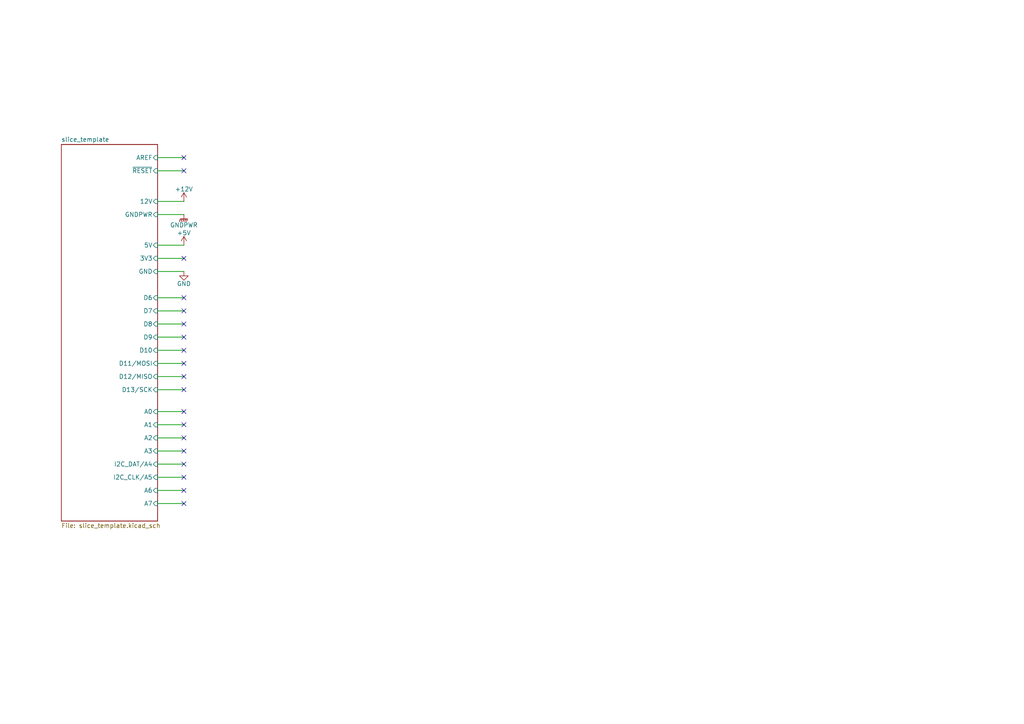
<source format=kicad_sch>
(kicad_sch (version 20250114) (generator "eeschema") (generator_version "9.0")
  (paper "A4")
  (lib_symbols
    (symbol "power:+12V" (power) (pin_numbers (hide yes)) (pin_names (offset 0) (hide yes))
      (property "Value" "+12V" (at 0 3.556 0))
      (symbol "+12V_0_1"
        (polyline (pts (xy -0.762 1.27) (xy 0 2.54)))
        (polyline (pts (xy 0 2.54) (xy 0.762 1.27)))
        (polyline (pts (xy 0 0) (xy 0 2.54)))
      )
      (symbol "+12V_1_1"
        (pin power_in line (at 0 0 90) (length 0) (name "~") (number "1"))
      )
    )
    (symbol "power:+5V" (power) (pin_numbers (hide yes)) (pin_names (offset 0) (hide yes))
      (property "Value" "+5V" (at 0 3.556 0))
      (symbol "+5V_0_1"
        (polyline (pts (xy -0.762 1.27) (xy 0 2.54)))
        (polyline (pts (xy 0 2.54) (xy 0.762 1.27)))
        (polyline (pts (xy 0 0) (xy 0 2.54)))
      )
      (symbol "+5V_1_1"
        (pin power_in line (at 0 0 90) (length 0) (name "~") (number "1"))
      )
    )
    (symbol "power:GND" (power) (pin_numbers (hide yes)) (pin_names (offset 0) (hide yes))
      (property "Value" "GND" (at 0 -3.81 0))
      (symbol "GND_0_1"
        (polyline (pts (xy 0 0) (xy 0 -1.27) (xy 1.27 -1.27) (xy 0 -2.54) (xy -1.27 -1.27) (xy 0 -1.27)))
      )
      (symbol "GND_1_1"
        (pin power_in line (at 0 0 270) (length 0) (name "~") (number "1"))
      )
    )
    (symbol "power:GNDPWR" (power) (pin_numbers (hide yes)) (pin_names (offset 0) (hide yes))
      (property "Value" "GNDPWR" (at 0 -3.302 0))
      (symbol "GNDPWR_0_1"
        (polyline (pts (xy -1.016 -1.27) (xy -1.27 -2.032) (xy -1.27 -2.032)) (stroke (width 0.2032)))
        (polyline (pts (xy -0.508 -1.27) (xy -0.762 -2.032) (xy -0.762 -2.032)) (stroke (width 0.2032)))
        (polyline (pts (xy 0 -1.27) (xy 0 0)))
        (polyline (pts (xy 0 -1.27) (xy -0.254 -2.032) (xy -0.254 -2.032)) (stroke (width 0.2032)))
        (polyline (pts (xy 0.508 -1.27) (xy 0.254 -2.032) (xy 0.254 -2.032)) (stroke (width 0.2032)))
        (polyline (pts (xy 1.016 -1.27) (xy -1.016 -1.27) (xy -1.016 -1.27)) (stroke (width 0.2032)))
        (polyline (pts (xy 1.016 -1.27) (xy 0.762 -2.032) (xy 0.762 -2.032) (xy 0.762 -2.032)) (stroke (width 0.2032)))
      )
      (symbol "GNDPWR_1_1"
        (pin power_in line (at 0 0 270) (length 0) (name "~") (number "1"))
      )
    )
  )
  (text "Color Scheme Legend:\n----------------------------------------------------------\ncolor		-	value		-	reference\n----------------------------------------------------------\n• Red		-	red3		-	Analog 5V Supply (e.g., for amps, ADC, references)\n• Brown		-	orange1		-	Analog Ground (sensor/amp/ADC ground)\n• Orange	-	orange3		-	Digital 5V Supply (MCU, digital circuits)\n• Black		-	black		-	Digital Ground (MCU ground)\n• Pink		-	magenta3	-	12V Source Supply (from 12V rail on backplane)\n• Blue		-	blue3		-	Clock Signals (oscillator, ADC CLKIN, SPI SCLK)\n• Green		-	green3		-	Analog Signals (amp outputs to ADC + inputs)\n• Yellow	-	yellow3		-	SPI Control (CS, SYNC/RESET, etc.)\n• Purple	-	#A020F0		-	Special/Reference/Control Signals\n• Grey		-	gray2		-	Miscellaneous/Unassigned\n• Teal		-	cyan2		-	Template/Backplane Connections\n----------------------------------------------------------" (at 11.684 236.982 0) (effects (font (size 1.905 1.905)) (justify left)))
  (no_connect (at 53.34 49.53))
  (no_connect (at 53.34 113.03))
  (no_connect (at 53.34 45.72))
  (no_connect (at 53.34 119.38))
  (no_connect (at 53.34 93.98))
  (no_connect (at 53.34 138.43))
  (no_connect (at 53.34 127))
  (no_connect (at 53.34 74.93))
  (no_connect (at 53.34 123.19))
  (no_connect (at 53.34 105.41))
  (no_connect (at 53.34 90.17))
  (no_connect (at 53.34 101.6))
  (no_connect (at 53.34 130.81))
  (no_connect (at 53.34 134.62))
  (no_connect (at 53.34 109.22))
  (no_connect (at 53.34 142.24))
  (no_connect (at 53.34 146.05))
  (no_connect (at 53.34 86.36))
  (no_connect (at 53.34 97.79))
  (wire (pts (xy 45.72 119.38) (xy 53.34 119.38)) (stroke (width 0.2032)))
  (wire (pts (xy 45.72 78.74) (xy 53.34 78.74)) (stroke (width 0.2032)))
  (wire (pts (xy 45.72 134.62) (xy 53.34 134.62)) (stroke (width 0.2032)))
  (wire (pts (xy 45.72 130.81) (xy 53.34 130.81)) (stroke (width 0.2032)))
  (wire (pts (xy 45.72 71.12) (xy 53.34 71.12)) (stroke (width 0.2032)))
  (wire (pts (xy 45.72 58.42) (xy 53.34 58.42)) (stroke (width 0.2032)))
  (wire (pts (xy 45.72 109.22) (xy 53.34 109.22)) (stroke (width 0.2032)))
  (wire (pts (xy 45.72 105.41) (xy 53.34 105.41)) (stroke (width 0.2032)))
  (wire (pts (xy 45.72 45.72) (xy 53.34 45.72)) (stroke (width 0.2032)))
  (wire (pts (xy 45.72 90.17) (xy 53.34 90.17)) (stroke (width 0.2032)))
  (wire (pts (xy 45.72 49.53) (xy 53.34 49.53)) (stroke (width 0.2032)))
  (wire (pts (xy 45.72 113.03) (xy 53.34 113.03)) (stroke (width 0.2032)))
  (wire (pts (xy 45.72 97.79) (xy 53.34 97.79)) (stroke (width 0.2032)))
  (wire (pts (xy 45.72 123.19) (xy 53.34 123.19)) (stroke (width 0.2032)))
  (wire (pts (xy 45.72 86.36) (xy 53.34 86.36)) (stroke (width 0.2032)))
  (wire (pts (xy 45.72 74.93) (xy 53.34 74.93)) (stroke (width 0.2032)))
  (wire (pts (xy 45.72 146.05) (xy 53.34 146.05)) (stroke (width 0.2032)))
  (wire (pts (xy 45.72 62.23) (xy 53.34 62.23)) (stroke (width 0.2032)))
  (wire (pts (xy 45.72 127) (xy 53.34 127)) (stroke (width 0.2032)))
  (wire (pts (xy 45.72 93.98) (xy 53.34 93.98)) (stroke (width 0.2032)))
  (wire (pts (xy 45.72 142.24) (xy 53.34 142.24)) (stroke (width 0.2032)))
  (wire (pts (xy 45.72 101.6) (xy 53.34 101.6)) (stroke (width 0.2032)))
  (wire (pts (xy 45.72 138.43) (xy 53.34 138.43)) (stroke (width 0.2032)))
  (symbol (lib_id "power:+12V") (at 53.34 58.42 0) (unit 1)
    (property "Reference" "#PWR01" (effects (hide yes)))
    (property "Value" "+12V" (at 53.34 54.864 0))
    (property "Description" "Power symbol creates a global label with name \"+12V\"" (effects (hide yes)))
  )
  (symbol (lib_id "power:+5V") (at 53.34 71.12 0) (unit 1)
    (property "Reference" "#PWR03" (effects (hide yes)))
    (property "Value" "+5V" (at 53.34 67.564 0))
    (property "Description" "Power symbol creates a global label with name \"+5V\"" (effects (hide yes)))
  )
  (symbol (lib_id "power:GNDPWR") (at 53.34 62.23 0) (unit 1)
    (property "Reference" "#PWR02" (effects (hide yes)))
    (property "Value" "GNDPWR" (at 53.34 65.278 0))
    (property "Description" "Power symbol creates a global label with name \"GNDPWR\" , global ground" (effects (hide yes)))
  )
  (symbol (lib_id "power:GND") (at 53.34 78.74 0) (unit 1)
    (property "Reference" "#PWR04" (effects (hide yes)))
    (property "Value" "GND" (at 53.34 82.296 0))
    (property "Description" "Power symbol creates a global label with name \"GND\" , ground" (effects (hide yes)))
  )
  (sheet (at 17.78 41.91) (size 27.94 109.22) (stroke (width 0.1524))
    (property "Sheetname" "slice_template" (at 17.78 41.1984 0) (effects (justify left bottom)))
    (property "Sheetfile" "slice_template.kicad_sch" (at 17.78 151.7146 0) (effects (justify left top)))
    (pin "3V3" input (at 45.72 74.93 0))
    (pin "5V" input (at 45.72 71.12 0))
    (pin "12V" input (at 45.72 58.42 0))
    (pin "A0" input (at 45.72 119.38 0))
    (pin "A1" input (at 45.72 123.19 0))
    (pin "A2" input (at 45.72 127 0))
    (pin "A3" input (at 45.72 130.81 0))
    (pin "A6" input (at 45.72 142.24 0))
    (pin "A7" input (at 45.72 146.05 0))
    (pin "AREF" input (at 45.72 45.72 0))
    (pin "D6" input (at 45.72 86.36 0))
    (pin "D7" input (at 45.72 90.17 0))
    (pin "D8" input (at 45.72 93.98 0))
    (pin "D9" input (at 45.72 97.79 0))
    (pin "D10" input (at 45.72 101.6 0))
    (pin "D11{slash}MOSI" input (at 45.72 105.41 0))
    (pin "D12{slash}MISO" input (at 45.72 109.22 0))
    (pin "D13{slash}SCK" input (at 45.72 113.03 0))
    (pin "GND" input (at 45.72 78.74 0))
    (pin "GNDPWR" input (at 45.72 62.23 0))
    (pin "I2C_CLK{slash}A5" input (at 45.72 138.43 0))
    (pin "I2C_DAT{slash}A4" input (at 45.72 134.62 0))
    (pin "~{RESET}" input (at 45.72 49.53 0))
  )
)
</source>
